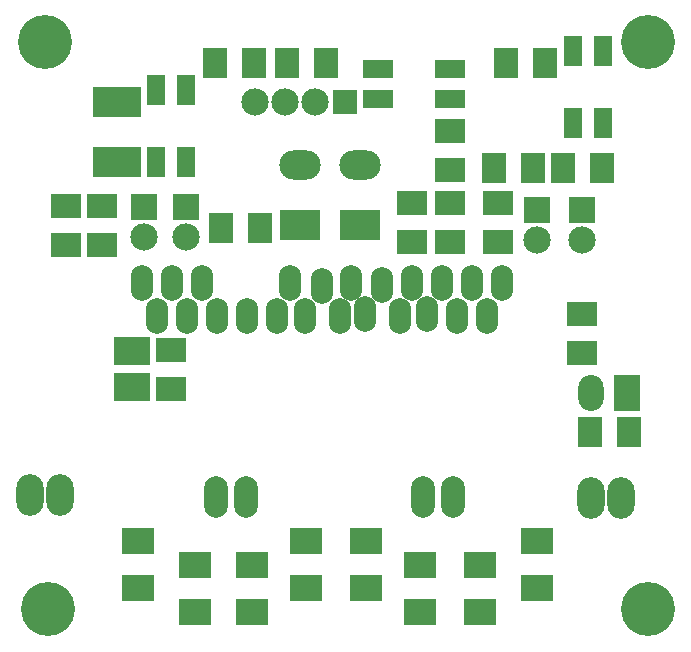
<source format=gbs>
G04 (created by PCBNEW-RS274X (2011-07-08 BZR 3044)-stable) date 2012-09-13 22:12:05*
G01*
G70*
G90*
%MOIN*%
G04 Gerber Fmt 3.4, Leading zero omitted, Abs format*
%FSLAX34Y34*%
G04 APERTURE LIST*
%ADD10C,0.006000*%
%ADD11R,0.160000X0.100000*%
%ADD12R,0.100000X0.080000*%
%ADD13R,0.080000X0.100000*%
%ADD14R,0.059400X0.098700*%
%ADD15R,0.098700X0.059400*%
%ADD16R,0.085000X0.120000*%
%ADD17O,0.085000X0.120000*%
%ADD18C,0.180000*%
%ADD19O,0.075100X0.118400*%
%ADD20R,0.138100X0.098700*%
%ADD21O,0.138100X0.098700*%
%ADD22R,0.118400X0.096800*%
%ADD23R,0.080000X0.080000*%
%ADD24C,0.090900*%
%ADD25R,0.106600X0.090900*%
%ADD26R,0.090900X0.090900*%
%ADD27O,0.090900X0.138700*%
%ADD28O,0.079300X0.138700*%
G04 APERTURE END LIST*
G54D10*
G54D11*
X13000Y-21800D03*
X13000Y-23800D03*
G54D12*
X25700Y-25150D03*
X25700Y-26450D03*
X22824Y-26444D03*
X22824Y-25144D03*
X24100Y-26450D03*
X24100Y-25150D03*
G54D13*
X17550Y-20500D03*
X16250Y-20500D03*
X18650Y-20500D03*
X19950Y-20500D03*
X25950Y-20500D03*
X27250Y-20500D03*
G54D12*
X28500Y-28850D03*
X28500Y-30150D03*
X24100Y-22750D03*
X24100Y-24050D03*
G54D13*
X16450Y-26000D03*
X17750Y-26000D03*
G54D14*
X28200Y-20100D03*
X29200Y-20100D03*
X29200Y-22500D03*
X28200Y-22500D03*
G54D15*
X21700Y-21700D03*
X21700Y-20700D03*
X24100Y-20700D03*
X24100Y-21700D03*
G54D14*
X14300Y-21400D03*
X15300Y-21400D03*
X15300Y-23800D03*
X14300Y-23800D03*
G54D16*
X30000Y-31500D03*
G54D17*
X28800Y-31500D03*
G54D18*
X10600Y-19800D03*
X30700Y-19800D03*
X30700Y-38700D03*
X10700Y-38700D03*
G54D19*
X13840Y-27813D03*
X14340Y-28927D03*
X14840Y-27813D03*
X15340Y-28927D03*
X15840Y-27813D03*
X16340Y-28927D03*
X17340Y-28927D03*
X18340Y-28927D03*
X18761Y-27813D03*
X19261Y-28927D03*
X19840Y-27930D03*
X20419Y-28927D03*
X20801Y-27813D03*
X21261Y-28848D03*
X21840Y-27892D03*
X22419Y-28927D03*
X22840Y-27813D03*
X23340Y-28848D03*
X23840Y-27813D03*
X24340Y-28927D03*
X24840Y-27813D03*
X25340Y-28927D03*
X25840Y-27813D03*
G54D20*
X19100Y-25900D03*
G54D21*
X19100Y-23900D03*
G54D20*
X21100Y-25900D03*
G54D21*
X21100Y-23900D03*
G54D22*
X13500Y-30100D03*
X13500Y-31300D03*
G54D23*
X20600Y-21800D03*
G54D24*
X19600Y-21800D03*
X18600Y-21800D03*
X17600Y-21800D03*
G54D12*
X12500Y-26550D03*
X12500Y-25250D03*
G54D13*
X30050Y-32800D03*
X28750Y-32800D03*
G54D12*
X14800Y-30050D03*
X14800Y-31350D03*
G54D25*
X25100Y-38790D03*
X25100Y-37210D03*
X27000Y-36410D03*
X27000Y-37990D03*
X21300Y-36410D03*
X21300Y-37990D03*
X19300Y-36410D03*
X19300Y-37990D03*
X17500Y-38790D03*
X17500Y-37210D03*
X13700Y-36410D03*
X13700Y-37990D03*
X15600Y-38790D03*
X15600Y-37210D03*
X23100Y-37210D03*
X23100Y-38790D03*
G54D26*
X13900Y-25300D03*
G54D24*
X13900Y-26300D03*
G54D26*
X15300Y-25300D03*
G54D24*
X15300Y-26300D03*
G54D26*
X28500Y-25400D03*
G54D24*
X28500Y-26400D03*
G54D26*
X27000Y-25400D03*
G54D24*
X27000Y-26400D03*
G54D13*
X27850Y-24000D03*
X29150Y-24000D03*
X25550Y-24000D03*
X26850Y-24000D03*
G54D12*
X11300Y-25250D03*
X11300Y-26550D03*
G54D27*
X28800Y-35000D03*
X29800Y-35000D03*
X10100Y-34900D03*
X11100Y-34900D03*
G54D28*
X16307Y-34935D03*
X17307Y-34935D03*
X23186Y-34959D03*
X24186Y-34959D03*
M02*

</source>
